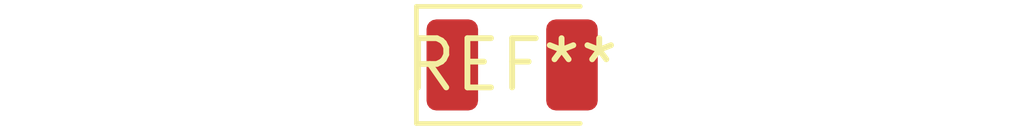
<source format=kicad_pcb>
(kicad_pcb (version 20240108) (generator pcbnew)
  (layers (0 "F.Cu" signal) (31 "B.Cu" signal) (34 "B.Paste" user) (35 "F.Paste" user) (36 "B.SilkS" user "B.Silkscreen") (37 "F.SilkS" user "F.Silkscreen") (38 "B.Mask" user) (39 "F.Mask" user) (44 "Edge.Cuts" user))
  (net 0 "")
  (footprint "CP_EIA-3528-12_Kemet-T" (layer "F.Cu") (at 0 0)
    (property "Reference" "REF**")
    (property "Value" "CP_EIA-3528-12_Kemet-T")
    (fp_line (start -2.46 -1.51) (end -2.46 1.51) (layer "F.SilkS") (stroke (width 0.12)))
    (fp_line (start -2.46 1.51) (end 1.75 1.51) (layer "F.SilkS") (stroke (width 0.12)))
    (fp_line (start 1.75 -1.51) (end -2.46 -1.51) (layer "F.SilkS") (stroke (width 0.12)))
    (pad "1" smd roundrect (at -1.5375 0) (size 1.325 2.35) (layers "F.Cu" "F.Paste" "F.Mask") (roundrect_rratio 0.188679))
    (pad "2" smd roundrect (at 1.5375 0) (size 1.325 2.35) (layers "F.Cu" "F.Paste" "F.Mask") (roundrect_rratio 0.188679))
  )
)
</source>
